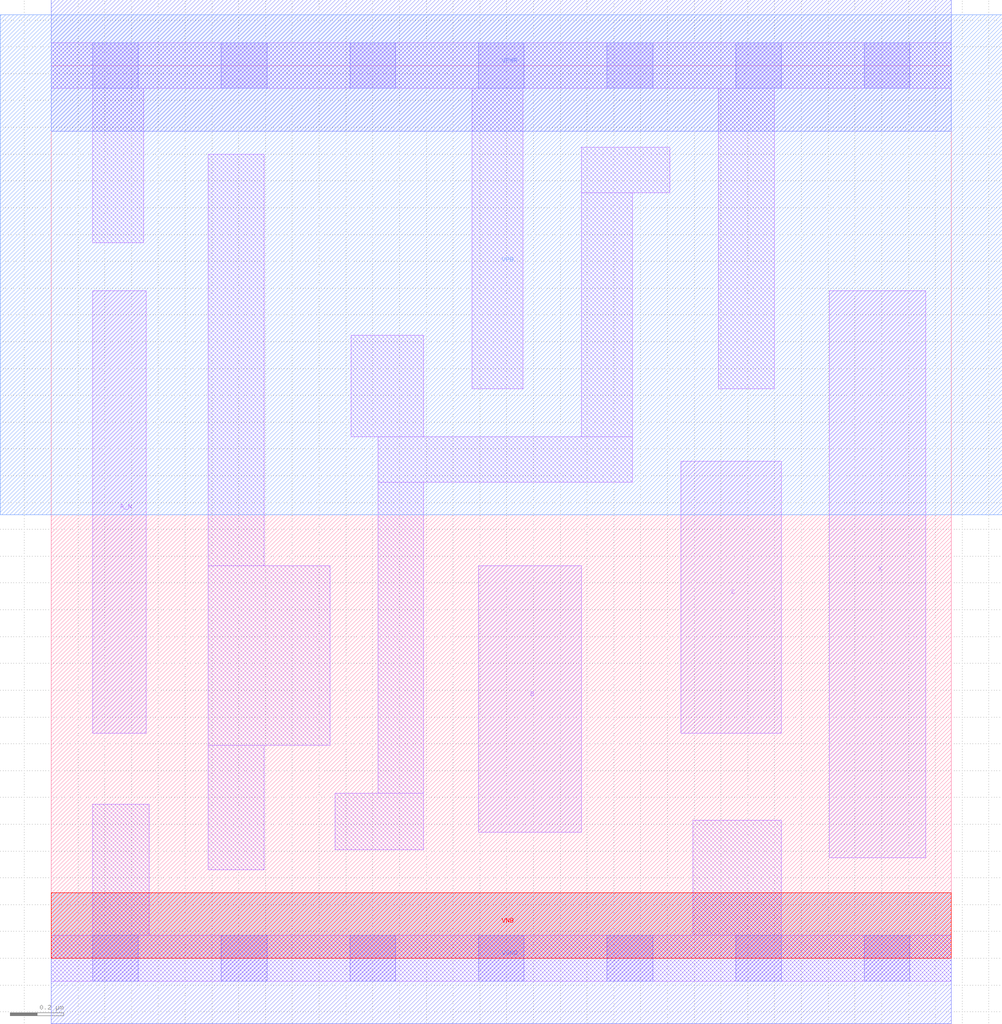
<source format=lef>
# Copyright 2020 The SkyWater PDK Authors
#
# Licensed under the Apache License, Version 2.0 (the "License");
# you may not use this file except in compliance with the License.
# You may obtain a copy of the License at
#
#     https://www.apache.org/licenses/LICENSE-2.0
#
# Unless required by applicable law or agreed to in writing, software
# distributed under the License is distributed on an "AS IS" BASIS,
# WITHOUT WARRANTIES OR CONDITIONS OF ANY KIND, either express or implied.
# See the License for the specific language governing permissions and
# limitations under the License.
#
# SPDX-License-Identifier: Apache-2.0

VERSION 5.7 ;
  NOWIREEXTENSIONATPIN ON ;
  DIVIDERCHAR "/" ;
  BUSBITCHARS "[]" ;
MACRO sky130_fd_sc_lp__and3b_m
  CLASS CORE ;
  FOREIGN sky130_fd_sc_lp__and3b_m ;
  ORIGIN  0.000000  0.000000 ;
  SIZE  3.360000 BY  3.330000 ;
  SYMMETRY X Y R90 ;
  SITE unit ;
  PIN A_N
    ANTENNAGATEAREA  0.126000 ;
    DIRECTION INPUT ;
    USE SIGNAL ;
    PORT
      LAYER li1 ;
        RECT 0.155000 0.840000 0.355000 2.490000 ;
    END
  END A_N
  PIN B
    ANTENNAGATEAREA  0.126000 ;
    DIRECTION INPUT ;
    USE SIGNAL ;
    PORT
      LAYER li1 ;
        RECT 1.595000 0.470000 1.980000 1.465000 ;
    END
  END B
  PIN C
    ANTENNAGATEAREA  0.126000 ;
    DIRECTION INPUT ;
    USE SIGNAL ;
    PORT
      LAYER li1 ;
        RECT 2.350000 0.840000 2.725000 1.855000 ;
    END
  END C
  PIN X
    ANTENNADIFFAREA  0.222600 ;
    DIRECTION OUTPUT ;
    USE SIGNAL ;
    PORT
      LAYER li1 ;
        RECT 2.905000 0.375000 3.265000 2.490000 ;
    END
  END X
  PIN VGND
    DIRECTION INOUT ;
    USE GROUND ;
    PORT
      LAYER met1 ;
        RECT 0.000000 -0.245000 3.360000 0.245000 ;
    END
  END VGND
  PIN VNB
    DIRECTION INOUT ;
    USE GROUND ;
    PORT
      LAYER pwell ;
        RECT 0.000000 0.000000 3.360000 0.245000 ;
    END
  END VNB
  PIN VPB
    DIRECTION INOUT ;
    USE POWER ;
    PORT
      LAYER nwell ;
        RECT -0.190000 1.655000 3.550000 3.520000 ;
    END
  END VPB
  PIN VPWR
    DIRECTION INOUT ;
    USE POWER ;
    PORT
      LAYER met1 ;
        RECT 0.000000 3.085000 3.360000 3.575000 ;
    END
  END VPWR
  OBS
    LAYER li1 ;
      RECT 0.000000 -0.085000 3.360000 0.085000 ;
      RECT 0.000000  3.245000 3.360000 3.415000 ;
      RECT 0.155000  0.085000 0.365000 0.575000 ;
      RECT 0.155000  2.670000 0.345000 3.245000 ;
      RECT 0.585000  0.330000 0.795000 0.795000 ;
      RECT 0.585000  0.795000 1.040000 1.465000 ;
      RECT 0.585000  1.465000 0.795000 3.000000 ;
      RECT 1.060000  0.405000 1.390000 0.615000 ;
      RECT 1.120000  1.945000 1.390000 2.325000 ;
      RECT 1.220000  0.615000 1.390000 1.775000 ;
      RECT 1.220000  1.775000 2.170000 1.945000 ;
      RECT 1.570000  2.125000 1.760000 3.245000 ;
      RECT 1.980000  1.945000 2.170000 2.855000 ;
      RECT 1.980000  2.855000 2.310000 3.025000 ;
      RECT 2.395000  0.085000 2.725000 0.515000 ;
      RECT 2.490000  2.125000 2.700000 3.245000 ;
    LAYER mcon ;
      RECT 0.155000 -0.085000 0.325000 0.085000 ;
      RECT 0.155000  3.245000 0.325000 3.415000 ;
      RECT 0.635000 -0.085000 0.805000 0.085000 ;
      RECT 0.635000  3.245000 0.805000 3.415000 ;
      RECT 1.115000 -0.085000 1.285000 0.085000 ;
      RECT 1.115000  3.245000 1.285000 3.415000 ;
      RECT 1.595000 -0.085000 1.765000 0.085000 ;
      RECT 1.595000  3.245000 1.765000 3.415000 ;
      RECT 2.075000 -0.085000 2.245000 0.085000 ;
      RECT 2.075000  3.245000 2.245000 3.415000 ;
      RECT 2.555000 -0.085000 2.725000 0.085000 ;
      RECT 2.555000  3.245000 2.725000 3.415000 ;
      RECT 3.035000 -0.085000 3.205000 0.085000 ;
      RECT 3.035000  3.245000 3.205000 3.415000 ;
  END
END sky130_fd_sc_lp__and3b_m
END LIBRARY

</source>
